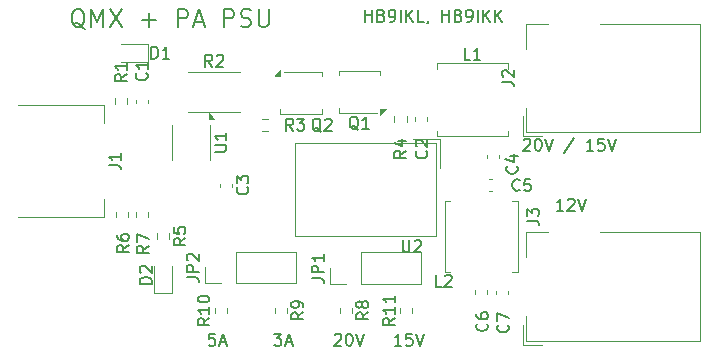
<source format=gbr>
%TF.GenerationSoftware,KiCad,Pcbnew,7.0.10-7.0.10~ubuntu20.04.1*%
%TF.CreationDate,2024-10-07T18:01:58+02:00*%
%TF.ProjectId,powerplay,706f7765-7270-46c6-9179-2e6b69636164,rev?*%
%TF.SameCoordinates,Original*%
%TF.FileFunction,Legend,Top*%
%TF.FilePolarity,Positive*%
%FSLAX46Y46*%
G04 Gerber Fmt 4.6, Leading zero omitted, Abs format (unit mm)*
G04 Created by KiCad (PCBNEW 7.0.10-7.0.10~ubuntu20.04.1) date 2024-10-07 18:01:58*
%MOMM*%
%LPD*%
G01*
G04 APERTURE LIST*
%ADD10C,0.150000*%
%ADD11C,0.200000*%
%ADD12C,0.120000*%
G04 APERTURE END LIST*
D10*
X170469160Y-78975057D02*
X170516779Y-78927438D01*
X170516779Y-78927438D02*
X170612017Y-78879819D01*
X170612017Y-78879819D02*
X170850112Y-78879819D01*
X170850112Y-78879819D02*
X170945350Y-78927438D01*
X170945350Y-78927438D02*
X170992969Y-78975057D01*
X170992969Y-78975057D02*
X171040588Y-79070295D01*
X171040588Y-79070295D02*
X171040588Y-79165533D01*
X171040588Y-79165533D02*
X170992969Y-79308390D01*
X170992969Y-79308390D02*
X170421541Y-79879819D01*
X170421541Y-79879819D02*
X171040588Y-79879819D01*
X171659636Y-78879819D02*
X171754874Y-78879819D01*
X171754874Y-78879819D02*
X171850112Y-78927438D01*
X171850112Y-78927438D02*
X171897731Y-78975057D01*
X171897731Y-78975057D02*
X171945350Y-79070295D01*
X171945350Y-79070295D02*
X171992969Y-79260771D01*
X171992969Y-79260771D02*
X171992969Y-79498866D01*
X171992969Y-79498866D02*
X171945350Y-79689342D01*
X171945350Y-79689342D02*
X171897731Y-79784580D01*
X171897731Y-79784580D02*
X171850112Y-79832200D01*
X171850112Y-79832200D02*
X171754874Y-79879819D01*
X171754874Y-79879819D02*
X171659636Y-79879819D01*
X171659636Y-79879819D02*
X171564398Y-79832200D01*
X171564398Y-79832200D02*
X171516779Y-79784580D01*
X171516779Y-79784580D02*
X171469160Y-79689342D01*
X171469160Y-79689342D02*
X171421541Y-79498866D01*
X171421541Y-79498866D02*
X171421541Y-79260771D01*
X171421541Y-79260771D02*
X171469160Y-79070295D01*
X171469160Y-79070295D02*
X171516779Y-78975057D01*
X171516779Y-78975057D02*
X171564398Y-78927438D01*
X171564398Y-78927438D02*
X171659636Y-78879819D01*
X172278684Y-78879819D02*
X172612017Y-79879819D01*
X172612017Y-79879819D02*
X172945350Y-78879819D01*
X174754874Y-78832200D02*
X173897732Y-80117914D01*
X176373922Y-79879819D02*
X175802494Y-79879819D01*
X176088208Y-79879819D02*
X176088208Y-78879819D01*
X176088208Y-78879819D02*
X175992970Y-79022676D01*
X175992970Y-79022676D02*
X175897732Y-79117914D01*
X175897732Y-79117914D02*
X175802494Y-79165533D01*
X177278684Y-78879819D02*
X176802494Y-78879819D01*
X176802494Y-78879819D02*
X176754875Y-79356009D01*
X176754875Y-79356009D02*
X176802494Y-79308390D01*
X176802494Y-79308390D02*
X176897732Y-79260771D01*
X176897732Y-79260771D02*
X177135827Y-79260771D01*
X177135827Y-79260771D02*
X177231065Y-79308390D01*
X177231065Y-79308390D02*
X177278684Y-79356009D01*
X177278684Y-79356009D02*
X177326303Y-79451247D01*
X177326303Y-79451247D02*
X177326303Y-79689342D01*
X177326303Y-79689342D02*
X177278684Y-79784580D01*
X177278684Y-79784580D02*
X177231065Y-79832200D01*
X177231065Y-79832200D02*
X177135827Y-79879819D01*
X177135827Y-79879819D02*
X176897732Y-79879819D01*
X176897732Y-79879819D02*
X176802494Y-79832200D01*
X176802494Y-79832200D02*
X176754875Y-79784580D01*
X177612018Y-78879819D02*
X177945351Y-79879819D01*
X177945351Y-79879819D02*
X178278684Y-78879819D01*
X173834588Y-84959819D02*
X173263160Y-84959819D01*
X173548874Y-84959819D02*
X173548874Y-83959819D01*
X173548874Y-83959819D02*
X173453636Y-84102676D01*
X173453636Y-84102676D02*
X173358398Y-84197914D01*
X173358398Y-84197914D02*
X173263160Y-84245533D01*
X174215541Y-84055057D02*
X174263160Y-84007438D01*
X174263160Y-84007438D02*
X174358398Y-83959819D01*
X174358398Y-83959819D02*
X174596493Y-83959819D01*
X174596493Y-83959819D02*
X174691731Y-84007438D01*
X174691731Y-84007438D02*
X174739350Y-84055057D01*
X174739350Y-84055057D02*
X174786969Y-84150295D01*
X174786969Y-84150295D02*
X174786969Y-84245533D01*
X174786969Y-84245533D02*
X174739350Y-84388390D01*
X174739350Y-84388390D02*
X174167922Y-84959819D01*
X174167922Y-84959819D02*
X174786969Y-84959819D01*
X175072684Y-83959819D02*
X175406017Y-84959819D01*
X175406017Y-84959819D02*
X175739350Y-83959819D01*
X144322969Y-95389819D02*
X143846779Y-95389819D01*
X143846779Y-95389819D02*
X143799160Y-95866009D01*
X143799160Y-95866009D02*
X143846779Y-95818390D01*
X143846779Y-95818390D02*
X143942017Y-95770771D01*
X143942017Y-95770771D02*
X144180112Y-95770771D01*
X144180112Y-95770771D02*
X144275350Y-95818390D01*
X144275350Y-95818390D02*
X144322969Y-95866009D01*
X144322969Y-95866009D02*
X144370588Y-95961247D01*
X144370588Y-95961247D02*
X144370588Y-96199342D01*
X144370588Y-96199342D02*
X144322969Y-96294580D01*
X144322969Y-96294580D02*
X144275350Y-96342200D01*
X144275350Y-96342200D02*
X144180112Y-96389819D01*
X144180112Y-96389819D02*
X143942017Y-96389819D01*
X143942017Y-96389819D02*
X143846779Y-96342200D01*
X143846779Y-96342200D02*
X143799160Y-96294580D01*
X144751541Y-96104104D02*
X145227731Y-96104104D01*
X144656303Y-96389819D02*
X144989636Y-95389819D01*
X144989636Y-95389819D02*
X145322969Y-96389819D01*
X160118588Y-96389819D02*
X159547160Y-96389819D01*
X159832874Y-96389819D02*
X159832874Y-95389819D01*
X159832874Y-95389819D02*
X159737636Y-95532676D01*
X159737636Y-95532676D02*
X159642398Y-95627914D01*
X159642398Y-95627914D02*
X159547160Y-95675533D01*
X161023350Y-95389819D02*
X160547160Y-95389819D01*
X160547160Y-95389819D02*
X160499541Y-95866009D01*
X160499541Y-95866009D02*
X160547160Y-95818390D01*
X160547160Y-95818390D02*
X160642398Y-95770771D01*
X160642398Y-95770771D02*
X160880493Y-95770771D01*
X160880493Y-95770771D02*
X160975731Y-95818390D01*
X160975731Y-95818390D02*
X161023350Y-95866009D01*
X161023350Y-95866009D02*
X161070969Y-95961247D01*
X161070969Y-95961247D02*
X161070969Y-96199342D01*
X161070969Y-96199342D02*
X161023350Y-96294580D01*
X161023350Y-96294580D02*
X160975731Y-96342200D01*
X160975731Y-96342200D02*
X160880493Y-96389819D01*
X160880493Y-96389819D02*
X160642398Y-96389819D01*
X160642398Y-96389819D02*
X160547160Y-96342200D01*
X160547160Y-96342200D02*
X160499541Y-96294580D01*
X161356684Y-95389819D02*
X161690017Y-96389819D01*
X161690017Y-96389819D02*
X162023350Y-95389819D01*
X154467160Y-95485057D02*
X154514779Y-95437438D01*
X154514779Y-95437438D02*
X154610017Y-95389819D01*
X154610017Y-95389819D02*
X154848112Y-95389819D01*
X154848112Y-95389819D02*
X154943350Y-95437438D01*
X154943350Y-95437438D02*
X154990969Y-95485057D01*
X154990969Y-95485057D02*
X155038588Y-95580295D01*
X155038588Y-95580295D02*
X155038588Y-95675533D01*
X155038588Y-95675533D02*
X154990969Y-95818390D01*
X154990969Y-95818390D02*
X154419541Y-96389819D01*
X154419541Y-96389819D02*
X155038588Y-96389819D01*
X155657636Y-95389819D02*
X155752874Y-95389819D01*
X155752874Y-95389819D02*
X155848112Y-95437438D01*
X155848112Y-95437438D02*
X155895731Y-95485057D01*
X155895731Y-95485057D02*
X155943350Y-95580295D01*
X155943350Y-95580295D02*
X155990969Y-95770771D01*
X155990969Y-95770771D02*
X155990969Y-96008866D01*
X155990969Y-96008866D02*
X155943350Y-96199342D01*
X155943350Y-96199342D02*
X155895731Y-96294580D01*
X155895731Y-96294580D02*
X155848112Y-96342200D01*
X155848112Y-96342200D02*
X155752874Y-96389819D01*
X155752874Y-96389819D02*
X155657636Y-96389819D01*
X155657636Y-96389819D02*
X155562398Y-96342200D01*
X155562398Y-96342200D02*
X155514779Y-96294580D01*
X155514779Y-96294580D02*
X155467160Y-96199342D01*
X155467160Y-96199342D02*
X155419541Y-96008866D01*
X155419541Y-96008866D02*
X155419541Y-95770771D01*
X155419541Y-95770771D02*
X155467160Y-95580295D01*
X155467160Y-95580295D02*
X155514779Y-95485057D01*
X155514779Y-95485057D02*
X155562398Y-95437438D01*
X155562398Y-95437438D02*
X155657636Y-95389819D01*
X156276684Y-95389819D02*
X156610017Y-96389819D01*
X156610017Y-96389819D02*
X156943350Y-95389819D01*
X149339541Y-95389819D02*
X149958588Y-95389819D01*
X149958588Y-95389819D02*
X149625255Y-95770771D01*
X149625255Y-95770771D02*
X149768112Y-95770771D01*
X149768112Y-95770771D02*
X149863350Y-95818390D01*
X149863350Y-95818390D02*
X149910969Y-95866009D01*
X149910969Y-95866009D02*
X149958588Y-95961247D01*
X149958588Y-95961247D02*
X149958588Y-96199342D01*
X149958588Y-96199342D02*
X149910969Y-96294580D01*
X149910969Y-96294580D02*
X149863350Y-96342200D01*
X149863350Y-96342200D02*
X149768112Y-96389819D01*
X149768112Y-96389819D02*
X149482398Y-96389819D01*
X149482398Y-96389819D02*
X149387160Y-96342200D01*
X149387160Y-96342200D02*
X149339541Y-96294580D01*
X150339541Y-96104104D02*
X150815731Y-96104104D01*
X150244303Y-96389819D02*
X150577636Y-95389819D01*
X150577636Y-95389819D02*
X150910969Y-96389819D01*
X157054779Y-68957819D02*
X157054779Y-67957819D01*
X157054779Y-68434009D02*
X157626207Y-68434009D01*
X157626207Y-68957819D02*
X157626207Y-67957819D01*
X158435731Y-68434009D02*
X158578588Y-68481628D01*
X158578588Y-68481628D02*
X158626207Y-68529247D01*
X158626207Y-68529247D02*
X158673826Y-68624485D01*
X158673826Y-68624485D02*
X158673826Y-68767342D01*
X158673826Y-68767342D02*
X158626207Y-68862580D01*
X158626207Y-68862580D02*
X158578588Y-68910200D01*
X158578588Y-68910200D02*
X158483350Y-68957819D01*
X158483350Y-68957819D02*
X158102398Y-68957819D01*
X158102398Y-68957819D02*
X158102398Y-67957819D01*
X158102398Y-67957819D02*
X158435731Y-67957819D01*
X158435731Y-67957819D02*
X158530969Y-68005438D01*
X158530969Y-68005438D02*
X158578588Y-68053057D01*
X158578588Y-68053057D02*
X158626207Y-68148295D01*
X158626207Y-68148295D02*
X158626207Y-68243533D01*
X158626207Y-68243533D02*
X158578588Y-68338771D01*
X158578588Y-68338771D02*
X158530969Y-68386390D01*
X158530969Y-68386390D02*
X158435731Y-68434009D01*
X158435731Y-68434009D02*
X158102398Y-68434009D01*
X159150017Y-68957819D02*
X159340493Y-68957819D01*
X159340493Y-68957819D02*
X159435731Y-68910200D01*
X159435731Y-68910200D02*
X159483350Y-68862580D01*
X159483350Y-68862580D02*
X159578588Y-68719723D01*
X159578588Y-68719723D02*
X159626207Y-68529247D01*
X159626207Y-68529247D02*
X159626207Y-68148295D01*
X159626207Y-68148295D02*
X159578588Y-68053057D01*
X159578588Y-68053057D02*
X159530969Y-68005438D01*
X159530969Y-68005438D02*
X159435731Y-67957819D01*
X159435731Y-67957819D02*
X159245255Y-67957819D01*
X159245255Y-67957819D02*
X159150017Y-68005438D01*
X159150017Y-68005438D02*
X159102398Y-68053057D01*
X159102398Y-68053057D02*
X159054779Y-68148295D01*
X159054779Y-68148295D02*
X159054779Y-68386390D01*
X159054779Y-68386390D02*
X159102398Y-68481628D01*
X159102398Y-68481628D02*
X159150017Y-68529247D01*
X159150017Y-68529247D02*
X159245255Y-68576866D01*
X159245255Y-68576866D02*
X159435731Y-68576866D01*
X159435731Y-68576866D02*
X159530969Y-68529247D01*
X159530969Y-68529247D02*
X159578588Y-68481628D01*
X159578588Y-68481628D02*
X159626207Y-68386390D01*
X160054779Y-68957819D02*
X160054779Y-67957819D01*
X160530969Y-68957819D02*
X160530969Y-67957819D01*
X161102397Y-68957819D02*
X160673826Y-68386390D01*
X161102397Y-67957819D02*
X160530969Y-68529247D01*
X162007159Y-68957819D02*
X161530969Y-68957819D01*
X161530969Y-68957819D02*
X161530969Y-67957819D01*
X162388112Y-68910200D02*
X162388112Y-68957819D01*
X162388112Y-68957819D02*
X162340493Y-69053057D01*
X162340493Y-69053057D02*
X162292874Y-69100676D01*
X163578588Y-68957819D02*
X163578588Y-67957819D01*
X163578588Y-68434009D02*
X164150016Y-68434009D01*
X164150016Y-68957819D02*
X164150016Y-67957819D01*
X164959540Y-68434009D02*
X165102397Y-68481628D01*
X165102397Y-68481628D02*
X165150016Y-68529247D01*
X165150016Y-68529247D02*
X165197635Y-68624485D01*
X165197635Y-68624485D02*
X165197635Y-68767342D01*
X165197635Y-68767342D02*
X165150016Y-68862580D01*
X165150016Y-68862580D02*
X165102397Y-68910200D01*
X165102397Y-68910200D02*
X165007159Y-68957819D01*
X165007159Y-68957819D02*
X164626207Y-68957819D01*
X164626207Y-68957819D02*
X164626207Y-67957819D01*
X164626207Y-67957819D02*
X164959540Y-67957819D01*
X164959540Y-67957819D02*
X165054778Y-68005438D01*
X165054778Y-68005438D02*
X165102397Y-68053057D01*
X165102397Y-68053057D02*
X165150016Y-68148295D01*
X165150016Y-68148295D02*
X165150016Y-68243533D01*
X165150016Y-68243533D02*
X165102397Y-68338771D01*
X165102397Y-68338771D02*
X165054778Y-68386390D01*
X165054778Y-68386390D02*
X164959540Y-68434009D01*
X164959540Y-68434009D02*
X164626207Y-68434009D01*
X165673826Y-68957819D02*
X165864302Y-68957819D01*
X165864302Y-68957819D02*
X165959540Y-68910200D01*
X165959540Y-68910200D02*
X166007159Y-68862580D01*
X166007159Y-68862580D02*
X166102397Y-68719723D01*
X166102397Y-68719723D02*
X166150016Y-68529247D01*
X166150016Y-68529247D02*
X166150016Y-68148295D01*
X166150016Y-68148295D02*
X166102397Y-68053057D01*
X166102397Y-68053057D02*
X166054778Y-68005438D01*
X166054778Y-68005438D02*
X165959540Y-67957819D01*
X165959540Y-67957819D02*
X165769064Y-67957819D01*
X165769064Y-67957819D02*
X165673826Y-68005438D01*
X165673826Y-68005438D02*
X165626207Y-68053057D01*
X165626207Y-68053057D02*
X165578588Y-68148295D01*
X165578588Y-68148295D02*
X165578588Y-68386390D01*
X165578588Y-68386390D02*
X165626207Y-68481628D01*
X165626207Y-68481628D02*
X165673826Y-68529247D01*
X165673826Y-68529247D02*
X165769064Y-68576866D01*
X165769064Y-68576866D02*
X165959540Y-68576866D01*
X165959540Y-68576866D02*
X166054778Y-68529247D01*
X166054778Y-68529247D02*
X166102397Y-68481628D01*
X166102397Y-68481628D02*
X166150016Y-68386390D01*
X166578588Y-68957819D02*
X166578588Y-67957819D01*
X167054778Y-68957819D02*
X167054778Y-67957819D01*
X167626206Y-68957819D02*
X167197635Y-68386390D01*
X167626206Y-67957819D02*
X167054778Y-68529247D01*
X168054778Y-68957819D02*
X168054778Y-67957819D01*
X168626206Y-68957819D02*
X168197635Y-68386390D01*
X168626206Y-67957819D02*
X168054778Y-68529247D01*
D11*
X133314720Y-69544885D02*
X133171863Y-69473457D01*
X133171863Y-69473457D02*
X133029006Y-69330600D01*
X133029006Y-69330600D02*
X132814720Y-69116314D01*
X132814720Y-69116314D02*
X132671863Y-69044885D01*
X132671863Y-69044885D02*
X132529006Y-69044885D01*
X132600435Y-69402028D02*
X132457578Y-69330600D01*
X132457578Y-69330600D02*
X132314720Y-69187742D01*
X132314720Y-69187742D02*
X132243292Y-68902028D01*
X132243292Y-68902028D02*
X132243292Y-68402028D01*
X132243292Y-68402028D02*
X132314720Y-68116314D01*
X132314720Y-68116314D02*
X132457578Y-67973457D01*
X132457578Y-67973457D02*
X132600435Y-67902028D01*
X132600435Y-67902028D02*
X132886149Y-67902028D01*
X132886149Y-67902028D02*
X133029006Y-67973457D01*
X133029006Y-67973457D02*
X133171863Y-68116314D01*
X133171863Y-68116314D02*
X133243292Y-68402028D01*
X133243292Y-68402028D02*
X133243292Y-68902028D01*
X133243292Y-68902028D02*
X133171863Y-69187742D01*
X133171863Y-69187742D02*
X133029006Y-69330600D01*
X133029006Y-69330600D02*
X132886149Y-69402028D01*
X132886149Y-69402028D02*
X132600435Y-69402028D01*
X133886149Y-69402028D02*
X133886149Y-67902028D01*
X133886149Y-67902028D02*
X134386149Y-68973457D01*
X134386149Y-68973457D02*
X134886149Y-67902028D01*
X134886149Y-67902028D02*
X134886149Y-69402028D01*
X135457578Y-67902028D02*
X136457578Y-69402028D01*
X136457578Y-67902028D02*
X135457578Y-69402028D01*
X138171863Y-68830600D02*
X139314721Y-68830600D01*
X138743292Y-69402028D02*
X138743292Y-68259171D01*
X141171863Y-69402028D02*
X141171863Y-67902028D01*
X141171863Y-67902028D02*
X141743292Y-67902028D01*
X141743292Y-67902028D02*
X141886149Y-67973457D01*
X141886149Y-67973457D02*
X141957578Y-68044885D01*
X141957578Y-68044885D02*
X142029006Y-68187742D01*
X142029006Y-68187742D02*
X142029006Y-68402028D01*
X142029006Y-68402028D02*
X141957578Y-68544885D01*
X141957578Y-68544885D02*
X141886149Y-68616314D01*
X141886149Y-68616314D02*
X141743292Y-68687742D01*
X141743292Y-68687742D02*
X141171863Y-68687742D01*
X142600435Y-68973457D02*
X143314721Y-68973457D01*
X142457578Y-69402028D02*
X142957578Y-67902028D01*
X142957578Y-67902028D02*
X143457578Y-69402028D01*
X145100434Y-69402028D02*
X145100434Y-67902028D01*
X145100434Y-67902028D02*
X145671863Y-67902028D01*
X145671863Y-67902028D02*
X145814720Y-67973457D01*
X145814720Y-67973457D02*
X145886149Y-68044885D01*
X145886149Y-68044885D02*
X145957577Y-68187742D01*
X145957577Y-68187742D02*
X145957577Y-68402028D01*
X145957577Y-68402028D02*
X145886149Y-68544885D01*
X145886149Y-68544885D02*
X145814720Y-68616314D01*
X145814720Y-68616314D02*
X145671863Y-68687742D01*
X145671863Y-68687742D02*
X145100434Y-68687742D01*
X146529006Y-69330600D02*
X146743292Y-69402028D01*
X146743292Y-69402028D02*
X147100434Y-69402028D01*
X147100434Y-69402028D02*
X147243292Y-69330600D01*
X147243292Y-69330600D02*
X147314720Y-69259171D01*
X147314720Y-69259171D02*
X147386149Y-69116314D01*
X147386149Y-69116314D02*
X147386149Y-68973457D01*
X147386149Y-68973457D02*
X147314720Y-68830600D01*
X147314720Y-68830600D02*
X147243292Y-68759171D01*
X147243292Y-68759171D02*
X147100434Y-68687742D01*
X147100434Y-68687742D02*
X146814720Y-68616314D01*
X146814720Y-68616314D02*
X146671863Y-68544885D01*
X146671863Y-68544885D02*
X146600434Y-68473457D01*
X146600434Y-68473457D02*
X146529006Y-68330600D01*
X146529006Y-68330600D02*
X146529006Y-68187742D01*
X146529006Y-68187742D02*
X146600434Y-68044885D01*
X146600434Y-68044885D02*
X146671863Y-67973457D01*
X146671863Y-67973457D02*
X146814720Y-67902028D01*
X146814720Y-67902028D02*
X147171863Y-67902028D01*
X147171863Y-67902028D02*
X147386149Y-67973457D01*
X148029005Y-67902028D02*
X148029005Y-69116314D01*
X148029005Y-69116314D02*
X148100434Y-69259171D01*
X148100434Y-69259171D02*
X148171863Y-69330600D01*
X148171863Y-69330600D02*
X148314720Y-69402028D01*
X148314720Y-69402028D02*
X148600434Y-69402028D01*
X148600434Y-69402028D02*
X148743291Y-69330600D01*
X148743291Y-69330600D02*
X148814720Y-69259171D01*
X148814720Y-69259171D02*
X148886148Y-69116314D01*
X148886148Y-69116314D02*
X148886148Y-67902028D01*
D10*
X151816723Y-93575666D02*
X151340532Y-93908999D01*
X151816723Y-94147094D02*
X150816723Y-94147094D01*
X150816723Y-94147094D02*
X150816723Y-93766142D01*
X150816723Y-93766142D02*
X150864342Y-93670904D01*
X150864342Y-93670904D02*
X150911961Y-93623285D01*
X150911961Y-93623285D02*
X151007199Y-93575666D01*
X151007199Y-93575666D02*
X151150056Y-93575666D01*
X151150056Y-93575666D02*
X151245294Y-93623285D01*
X151245294Y-93623285D02*
X151292913Y-93670904D01*
X151292913Y-93670904D02*
X151340532Y-93766142D01*
X151340532Y-93766142D02*
X151340532Y-94147094D01*
X151816723Y-93099475D02*
X151816723Y-92908999D01*
X151816723Y-92908999D02*
X151769104Y-92813761D01*
X151769104Y-92813761D02*
X151721484Y-92766142D01*
X151721484Y-92766142D02*
X151578627Y-92670904D01*
X151578627Y-92670904D02*
X151388151Y-92623285D01*
X151388151Y-92623285D02*
X151007199Y-92623285D01*
X151007199Y-92623285D02*
X150911961Y-92670904D01*
X150911961Y-92670904D02*
X150864342Y-92718523D01*
X150864342Y-92718523D02*
X150816723Y-92813761D01*
X150816723Y-92813761D02*
X150816723Y-93004237D01*
X150816723Y-93004237D02*
X150864342Y-93099475D01*
X150864342Y-93099475D02*
X150911961Y-93147094D01*
X150911961Y-93147094D02*
X151007199Y-93194713D01*
X151007199Y-93194713D02*
X151245294Y-93194713D01*
X151245294Y-93194713D02*
X151340532Y-93147094D01*
X151340532Y-93147094D02*
X151388151Y-93099475D01*
X151388151Y-93099475D02*
X151435770Y-93004237D01*
X151435770Y-93004237D02*
X151435770Y-92813761D01*
X151435770Y-92813761D02*
X151388151Y-92718523D01*
X151388151Y-92718523D02*
X151340532Y-92670904D01*
X151340532Y-92670904D02*
X151245294Y-92623285D01*
X168658819Y-74066343D02*
X169373104Y-74066343D01*
X169373104Y-74066343D02*
X169515961Y-74113962D01*
X169515961Y-74113962D02*
X169611200Y-74209200D01*
X169611200Y-74209200D02*
X169658819Y-74352057D01*
X169658819Y-74352057D02*
X169658819Y-74447295D01*
X168754057Y-73637771D02*
X168706438Y-73590152D01*
X168706438Y-73590152D02*
X168658819Y-73494914D01*
X168658819Y-73494914D02*
X168658819Y-73256819D01*
X168658819Y-73256819D02*
X168706438Y-73161581D01*
X168706438Y-73161581D02*
X168754057Y-73113962D01*
X168754057Y-73113962D02*
X168849295Y-73066343D01*
X168849295Y-73066343D02*
X168944533Y-73066343D01*
X168944533Y-73066343D02*
X169087390Y-73113962D01*
X169087390Y-73113962D02*
X169658819Y-73685390D01*
X169658819Y-73685390D02*
X169658819Y-73066343D01*
X156484228Y-78110057D02*
X156388990Y-78062438D01*
X156388990Y-78062438D02*
X156293752Y-77967200D01*
X156293752Y-77967200D02*
X156150895Y-77824342D01*
X156150895Y-77824342D02*
X156055657Y-77776723D01*
X156055657Y-77776723D02*
X155960419Y-77776723D01*
X156008038Y-78014819D02*
X155912800Y-77967200D01*
X155912800Y-77967200D02*
X155817562Y-77871961D01*
X155817562Y-77871961D02*
X155769943Y-77681485D01*
X155769943Y-77681485D02*
X155769943Y-77348152D01*
X155769943Y-77348152D02*
X155817562Y-77157676D01*
X155817562Y-77157676D02*
X155912800Y-77062438D01*
X155912800Y-77062438D02*
X156008038Y-77014819D01*
X156008038Y-77014819D02*
X156198514Y-77014819D01*
X156198514Y-77014819D02*
X156293752Y-77062438D01*
X156293752Y-77062438D02*
X156388990Y-77157676D01*
X156388990Y-77157676D02*
X156436609Y-77348152D01*
X156436609Y-77348152D02*
X156436609Y-77681485D01*
X156436609Y-77681485D02*
X156388990Y-77871961D01*
X156388990Y-77871961D02*
X156293752Y-77967200D01*
X156293752Y-77967200D02*
X156198514Y-78014819D01*
X156198514Y-78014819D02*
X156008038Y-78014819D01*
X157388990Y-78014819D02*
X156817562Y-78014819D01*
X157103276Y-78014819D02*
X157103276Y-77014819D01*
X157103276Y-77014819D02*
X157008038Y-77157676D01*
X157008038Y-77157676D02*
X156912800Y-77252914D01*
X156912800Y-77252914D02*
X156817562Y-77300533D01*
X141838819Y-87288666D02*
X141362628Y-87621999D01*
X141838819Y-87860094D02*
X140838819Y-87860094D01*
X140838819Y-87860094D02*
X140838819Y-87479142D01*
X140838819Y-87479142D02*
X140886438Y-87383904D01*
X140886438Y-87383904D02*
X140934057Y-87336285D01*
X140934057Y-87336285D02*
X141029295Y-87288666D01*
X141029295Y-87288666D02*
X141172152Y-87288666D01*
X141172152Y-87288666D02*
X141267390Y-87336285D01*
X141267390Y-87336285D02*
X141315009Y-87383904D01*
X141315009Y-87383904D02*
X141362628Y-87479142D01*
X141362628Y-87479142D02*
X141362628Y-87860094D01*
X140838819Y-86383904D02*
X140838819Y-86860094D01*
X140838819Y-86860094D02*
X141315009Y-86907713D01*
X141315009Y-86907713D02*
X141267390Y-86860094D01*
X141267390Y-86860094D02*
X141219771Y-86764856D01*
X141219771Y-86764856D02*
X141219771Y-86526761D01*
X141219771Y-86526761D02*
X141267390Y-86431523D01*
X141267390Y-86431523D02*
X141315009Y-86383904D01*
X141315009Y-86383904D02*
X141410247Y-86336285D01*
X141410247Y-86336285D02*
X141648342Y-86336285D01*
X141648342Y-86336285D02*
X141743580Y-86383904D01*
X141743580Y-86383904D02*
X141791200Y-86431523D01*
X141791200Y-86431523D02*
X141838819Y-86526761D01*
X141838819Y-86526761D02*
X141838819Y-86764856D01*
X141838819Y-86764856D02*
X141791200Y-86860094D01*
X141791200Y-86860094D02*
X141743580Y-86907713D01*
X138978819Y-91162094D02*
X137978819Y-91162094D01*
X137978819Y-91162094D02*
X137978819Y-90923999D01*
X137978819Y-90923999D02*
X138026438Y-90781142D01*
X138026438Y-90781142D02*
X138121676Y-90685904D01*
X138121676Y-90685904D02*
X138216914Y-90638285D01*
X138216914Y-90638285D02*
X138407390Y-90590666D01*
X138407390Y-90590666D02*
X138550247Y-90590666D01*
X138550247Y-90590666D02*
X138740723Y-90638285D01*
X138740723Y-90638285D02*
X138835961Y-90685904D01*
X138835961Y-90685904D02*
X138931200Y-90781142D01*
X138931200Y-90781142D02*
X138978819Y-90923999D01*
X138978819Y-90923999D02*
X138978819Y-91162094D01*
X138074057Y-90209713D02*
X138026438Y-90162094D01*
X138026438Y-90162094D02*
X137978819Y-90066856D01*
X137978819Y-90066856D02*
X137978819Y-89828761D01*
X137978819Y-89828761D02*
X138026438Y-89733523D01*
X138026438Y-89733523D02*
X138074057Y-89685904D01*
X138074057Y-89685904D02*
X138169295Y-89638285D01*
X138169295Y-89638285D02*
X138264533Y-89638285D01*
X138264533Y-89638285D02*
X138407390Y-89685904D01*
X138407390Y-89685904D02*
X138978819Y-90257332D01*
X138978819Y-90257332D02*
X138978819Y-89638285D01*
X157321726Y-93575666D02*
X156845535Y-93908999D01*
X157321726Y-94147094D02*
X156321726Y-94147094D01*
X156321726Y-94147094D02*
X156321726Y-93766142D01*
X156321726Y-93766142D02*
X156369345Y-93670904D01*
X156369345Y-93670904D02*
X156416964Y-93623285D01*
X156416964Y-93623285D02*
X156512202Y-93575666D01*
X156512202Y-93575666D02*
X156655059Y-93575666D01*
X156655059Y-93575666D02*
X156750297Y-93623285D01*
X156750297Y-93623285D02*
X156797916Y-93670904D01*
X156797916Y-93670904D02*
X156845535Y-93766142D01*
X156845535Y-93766142D02*
X156845535Y-94147094D01*
X156750297Y-93004237D02*
X156702678Y-93099475D01*
X156702678Y-93099475D02*
X156655059Y-93147094D01*
X156655059Y-93147094D02*
X156559821Y-93194713D01*
X156559821Y-93194713D02*
X156512202Y-93194713D01*
X156512202Y-93194713D02*
X156416964Y-93147094D01*
X156416964Y-93147094D02*
X156369345Y-93099475D01*
X156369345Y-93099475D02*
X156321726Y-93004237D01*
X156321726Y-93004237D02*
X156321726Y-92813761D01*
X156321726Y-92813761D02*
X156369345Y-92718523D01*
X156369345Y-92718523D02*
X156416964Y-92670904D01*
X156416964Y-92670904D02*
X156512202Y-92623285D01*
X156512202Y-92623285D02*
X156559821Y-92623285D01*
X156559821Y-92623285D02*
X156655059Y-92670904D01*
X156655059Y-92670904D02*
X156702678Y-92718523D01*
X156702678Y-92718523D02*
X156750297Y-92813761D01*
X156750297Y-92813761D02*
X156750297Y-93004237D01*
X156750297Y-93004237D02*
X156797916Y-93099475D01*
X156797916Y-93099475D02*
X156845535Y-93147094D01*
X156845535Y-93147094D02*
X156940773Y-93194713D01*
X156940773Y-93194713D02*
X157131249Y-93194713D01*
X157131249Y-93194713D02*
X157226487Y-93147094D01*
X157226487Y-93147094D02*
X157274107Y-93099475D01*
X157274107Y-93099475D02*
X157321726Y-93004237D01*
X157321726Y-93004237D02*
X157321726Y-92813761D01*
X157321726Y-92813761D02*
X157274107Y-92718523D01*
X157274107Y-92718523D02*
X157226487Y-92670904D01*
X157226487Y-92670904D02*
X157131249Y-92623285D01*
X157131249Y-92623285D02*
X156940773Y-92623285D01*
X156940773Y-92623285D02*
X156845535Y-92670904D01*
X156845535Y-92670904D02*
X156797916Y-92718523D01*
X156797916Y-92718523D02*
X156750297Y-92813761D01*
X153320761Y-78274057D02*
X153225523Y-78226438D01*
X153225523Y-78226438D02*
X153130285Y-78131200D01*
X153130285Y-78131200D02*
X152987428Y-77988342D01*
X152987428Y-77988342D02*
X152892190Y-77940723D01*
X152892190Y-77940723D02*
X152796952Y-77940723D01*
X152844571Y-78178819D02*
X152749333Y-78131200D01*
X152749333Y-78131200D02*
X152654095Y-78035961D01*
X152654095Y-78035961D02*
X152606476Y-77845485D01*
X152606476Y-77845485D02*
X152606476Y-77512152D01*
X152606476Y-77512152D02*
X152654095Y-77321676D01*
X152654095Y-77321676D02*
X152749333Y-77226438D01*
X152749333Y-77226438D02*
X152844571Y-77178819D01*
X152844571Y-77178819D02*
X153035047Y-77178819D01*
X153035047Y-77178819D02*
X153130285Y-77226438D01*
X153130285Y-77226438D02*
X153225523Y-77321676D01*
X153225523Y-77321676D02*
X153273142Y-77512152D01*
X153273142Y-77512152D02*
X153273142Y-77845485D01*
X153273142Y-77845485D02*
X153225523Y-78035961D01*
X153225523Y-78035961D02*
X153130285Y-78131200D01*
X153130285Y-78131200D02*
X153035047Y-78178819D01*
X153035047Y-78178819D02*
X152844571Y-78178819D01*
X153654095Y-77274057D02*
X153701714Y-77226438D01*
X153701714Y-77226438D02*
X153796952Y-77178819D01*
X153796952Y-77178819D02*
X154035047Y-77178819D01*
X154035047Y-77178819D02*
X154130285Y-77226438D01*
X154130285Y-77226438D02*
X154177904Y-77274057D01*
X154177904Y-77274057D02*
X154225523Y-77369295D01*
X154225523Y-77369295D02*
X154225523Y-77464533D01*
X154225523Y-77464533D02*
X154177904Y-77607390D01*
X154177904Y-77607390D02*
X153606476Y-78178819D01*
X153606476Y-78178819D02*
X154225523Y-78178819D01*
X144314819Y-79960904D02*
X145124342Y-79960904D01*
X145124342Y-79960904D02*
X145219580Y-79913285D01*
X145219580Y-79913285D02*
X145267200Y-79865666D01*
X145267200Y-79865666D02*
X145314819Y-79770428D01*
X145314819Y-79770428D02*
X145314819Y-79579952D01*
X145314819Y-79579952D02*
X145267200Y-79484714D01*
X145267200Y-79484714D02*
X145219580Y-79437095D01*
X145219580Y-79437095D02*
X145124342Y-79389476D01*
X145124342Y-79389476D02*
X144314819Y-79389476D01*
X145314819Y-78389476D02*
X145314819Y-78960904D01*
X145314819Y-78675190D02*
X144314819Y-78675190D01*
X144314819Y-78675190D02*
X144457676Y-78770428D01*
X144457676Y-78770428D02*
X144552914Y-78865666D01*
X144552914Y-78865666D02*
X144600533Y-78960904D01*
X163536333Y-91386819D02*
X163060143Y-91386819D01*
X163060143Y-91386819D02*
X163060143Y-90386819D01*
X163822048Y-90482057D02*
X163869667Y-90434438D01*
X163869667Y-90434438D02*
X163964905Y-90386819D01*
X163964905Y-90386819D02*
X164203000Y-90386819D01*
X164203000Y-90386819D02*
X164298238Y-90434438D01*
X164298238Y-90434438D02*
X164345857Y-90482057D01*
X164345857Y-90482057D02*
X164393476Y-90577295D01*
X164393476Y-90577295D02*
X164393476Y-90672533D01*
X164393476Y-90672533D02*
X164345857Y-90815390D01*
X164345857Y-90815390D02*
X163774429Y-91386819D01*
X163774429Y-91386819D02*
X164393476Y-91386819D01*
X147077580Y-82970666D02*
X147125200Y-83018285D01*
X147125200Y-83018285D02*
X147172819Y-83161142D01*
X147172819Y-83161142D02*
X147172819Y-83256380D01*
X147172819Y-83256380D02*
X147125200Y-83399237D01*
X147125200Y-83399237D02*
X147029961Y-83494475D01*
X147029961Y-83494475D02*
X146934723Y-83542094D01*
X146934723Y-83542094D02*
X146744247Y-83589713D01*
X146744247Y-83589713D02*
X146601390Y-83589713D01*
X146601390Y-83589713D02*
X146410914Y-83542094D01*
X146410914Y-83542094D02*
X146315676Y-83494475D01*
X146315676Y-83494475D02*
X146220438Y-83399237D01*
X146220438Y-83399237D02*
X146172819Y-83256380D01*
X146172819Y-83256380D02*
X146172819Y-83161142D01*
X146172819Y-83161142D02*
X146220438Y-83018285D01*
X146220438Y-83018285D02*
X146268057Y-82970666D01*
X146172819Y-82637332D02*
X146172819Y-82018285D01*
X146172819Y-82018285D02*
X146553771Y-82351618D01*
X146553771Y-82351618D02*
X146553771Y-82208761D01*
X146553771Y-82208761D02*
X146601390Y-82113523D01*
X146601390Y-82113523D02*
X146649009Y-82065904D01*
X146649009Y-82065904D02*
X146744247Y-82018285D01*
X146744247Y-82018285D02*
X146982342Y-82018285D01*
X146982342Y-82018285D02*
X147077580Y-82065904D01*
X147077580Y-82065904D02*
X147125200Y-82113523D01*
X147125200Y-82113523D02*
X147172819Y-82208761D01*
X147172819Y-82208761D02*
X147172819Y-82494475D01*
X147172819Y-82494475D02*
X147125200Y-82589713D01*
X147125200Y-82589713D02*
X147077580Y-82637332D01*
X167364580Y-94527666D02*
X167412200Y-94575285D01*
X167412200Y-94575285D02*
X167459819Y-94718142D01*
X167459819Y-94718142D02*
X167459819Y-94813380D01*
X167459819Y-94813380D02*
X167412200Y-94956237D01*
X167412200Y-94956237D02*
X167316961Y-95051475D01*
X167316961Y-95051475D02*
X167221723Y-95099094D01*
X167221723Y-95099094D02*
X167031247Y-95146713D01*
X167031247Y-95146713D02*
X166888390Y-95146713D01*
X166888390Y-95146713D02*
X166697914Y-95099094D01*
X166697914Y-95099094D02*
X166602676Y-95051475D01*
X166602676Y-95051475D02*
X166507438Y-94956237D01*
X166507438Y-94956237D02*
X166459819Y-94813380D01*
X166459819Y-94813380D02*
X166459819Y-94718142D01*
X166459819Y-94718142D02*
X166507438Y-94575285D01*
X166507438Y-94575285D02*
X166555057Y-94527666D01*
X166459819Y-93670523D02*
X166459819Y-93860999D01*
X166459819Y-93860999D02*
X166507438Y-93956237D01*
X166507438Y-93956237D02*
X166555057Y-94003856D01*
X166555057Y-94003856D02*
X166697914Y-94099094D01*
X166697914Y-94099094D02*
X166888390Y-94146713D01*
X166888390Y-94146713D02*
X167269342Y-94146713D01*
X167269342Y-94146713D02*
X167364580Y-94099094D01*
X167364580Y-94099094D02*
X167412200Y-94051475D01*
X167412200Y-94051475D02*
X167459819Y-93956237D01*
X167459819Y-93956237D02*
X167459819Y-93765761D01*
X167459819Y-93765761D02*
X167412200Y-93670523D01*
X167412200Y-93670523D02*
X167364580Y-93622904D01*
X167364580Y-93622904D02*
X167269342Y-93575285D01*
X167269342Y-93575285D02*
X167031247Y-93575285D01*
X167031247Y-93575285D02*
X166936009Y-93622904D01*
X166936009Y-93622904D02*
X166888390Y-93670523D01*
X166888390Y-93670523D02*
X166840771Y-93765761D01*
X166840771Y-93765761D02*
X166840771Y-93956237D01*
X166840771Y-93956237D02*
X166888390Y-94051475D01*
X166888390Y-94051475D02*
X166936009Y-94099094D01*
X166936009Y-94099094D02*
X167031247Y-94146713D01*
X160238095Y-87454819D02*
X160238095Y-88264342D01*
X160238095Y-88264342D02*
X160285714Y-88359580D01*
X160285714Y-88359580D02*
X160333333Y-88407200D01*
X160333333Y-88407200D02*
X160428571Y-88454819D01*
X160428571Y-88454819D02*
X160619047Y-88454819D01*
X160619047Y-88454819D02*
X160714285Y-88407200D01*
X160714285Y-88407200D02*
X160761904Y-88359580D01*
X160761904Y-88359580D02*
X160809523Y-88264342D01*
X160809523Y-88264342D02*
X160809523Y-87454819D01*
X161238095Y-87550057D02*
X161285714Y-87502438D01*
X161285714Y-87502438D02*
X161380952Y-87454819D01*
X161380952Y-87454819D02*
X161619047Y-87454819D01*
X161619047Y-87454819D02*
X161714285Y-87502438D01*
X161714285Y-87502438D02*
X161761904Y-87550057D01*
X161761904Y-87550057D02*
X161809523Y-87645295D01*
X161809523Y-87645295D02*
X161809523Y-87740533D01*
X161809523Y-87740533D02*
X161761904Y-87883390D01*
X161761904Y-87883390D02*
X161190476Y-88454819D01*
X161190476Y-88454819D02*
X161809523Y-88454819D01*
X170777819Y-85804333D02*
X171492104Y-85804333D01*
X171492104Y-85804333D02*
X171634961Y-85851952D01*
X171634961Y-85851952D02*
X171730200Y-85947190D01*
X171730200Y-85947190D02*
X171777819Y-86090047D01*
X171777819Y-86090047D02*
X171777819Y-86185285D01*
X170777819Y-85423380D02*
X170777819Y-84804333D01*
X170777819Y-84804333D02*
X171158771Y-85137666D01*
X171158771Y-85137666D02*
X171158771Y-84994809D01*
X171158771Y-84994809D02*
X171206390Y-84899571D01*
X171206390Y-84899571D02*
X171254009Y-84851952D01*
X171254009Y-84851952D02*
X171349247Y-84804333D01*
X171349247Y-84804333D02*
X171587342Y-84804333D01*
X171587342Y-84804333D02*
X171682580Y-84851952D01*
X171682580Y-84851952D02*
X171730200Y-84899571D01*
X171730200Y-84899571D02*
X171777819Y-84994809D01*
X171777819Y-84994809D02*
X171777819Y-85280523D01*
X171777819Y-85280523D02*
X171730200Y-85375761D01*
X171730200Y-85375761D02*
X171682580Y-85423380D01*
X137044148Y-87873932D02*
X136567957Y-88207265D01*
X137044148Y-88445360D02*
X136044148Y-88445360D01*
X136044148Y-88445360D02*
X136044148Y-88064408D01*
X136044148Y-88064408D02*
X136091767Y-87969170D01*
X136091767Y-87969170D02*
X136139386Y-87921551D01*
X136139386Y-87921551D02*
X136234624Y-87873932D01*
X136234624Y-87873932D02*
X136377481Y-87873932D01*
X136377481Y-87873932D02*
X136472719Y-87921551D01*
X136472719Y-87921551D02*
X136520338Y-87969170D01*
X136520338Y-87969170D02*
X136567957Y-88064408D01*
X136567957Y-88064408D02*
X136567957Y-88445360D01*
X136044148Y-87016789D02*
X136044148Y-87207265D01*
X136044148Y-87207265D02*
X136091767Y-87302503D01*
X136091767Y-87302503D02*
X136139386Y-87350122D01*
X136139386Y-87350122D02*
X136282243Y-87445360D01*
X136282243Y-87445360D02*
X136472719Y-87492979D01*
X136472719Y-87492979D02*
X136853671Y-87492979D01*
X136853671Y-87492979D02*
X136948909Y-87445360D01*
X136948909Y-87445360D02*
X136996529Y-87397741D01*
X136996529Y-87397741D02*
X137044148Y-87302503D01*
X137044148Y-87302503D02*
X137044148Y-87112027D01*
X137044148Y-87112027D02*
X136996529Y-87016789D01*
X136996529Y-87016789D02*
X136948909Y-86969170D01*
X136948909Y-86969170D02*
X136853671Y-86921551D01*
X136853671Y-86921551D02*
X136615576Y-86921551D01*
X136615576Y-86921551D02*
X136520338Y-86969170D01*
X136520338Y-86969170D02*
X136472719Y-87016789D01*
X136472719Y-87016789D02*
X136425100Y-87112027D01*
X136425100Y-87112027D02*
X136425100Y-87302503D01*
X136425100Y-87302503D02*
X136472719Y-87397741D01*
X136472719Y-87397741D02*
X136520338Y-87445360D01*
X136520338Y-87445360D02*
X136615576Y-87492979D01*
X136852819Y-73420400D02*
X136376628Y-73753733D01*
X136852819Y-73991828D02*
X135852819Y-73991828D01*
X135852819Y-73991828D02*
X135852819Y-73610876D01*
X135852819Y-73610876D02*
X135900438Y-73515638D01*
X135900438Y-73515638D02*
X135948057Y-73468019D01*
X135948057Y-73468019D02*
X136043295Y-73420400D01*
X136043295Y-73420400D02*
X136186152Y-73420400D01*
X136186152Y-73420400D02*
X136281390Y-73468019D01*
X136281390Y-73468019D02*
X136329009Y-73515638D01*
X136329009Y-73515638D02*
X136376628Y-73610876D01*
X136376628Y-73610876D02*
X136376628Y-73991828D01*
X136852819Y-72468019D02*
X136852819Y-73039447D01*
X136852819Y-72753733D02*
X135852819Y-72753733D01*
X135852819Y-72753733D02*
X135995676Y-72848971D01*
X135995676Y-72848971D02*
X136090914Y-72944209D01*
X136090914Y-72944209D02*
X136138533Y-73039447D01*
X141956124Y-90589047D02*
X142670409Y-90589047D01*
X142670409Y-90589047D02*
X142813266Y-90636666D01*
X142813266Y-90636666D02*
X142908505Y-90731904D01*
X142908505Y-90731904D02*
X142956124Y-90874761D01*
X142956124Y-90874761D02*
X142956124Y-90969999D01*
X142956124Y-90112856D02*
X141956124Y-90112856D01*
X141956124Y-90112856D02*
X141956124Y-89731904D01*
X141956124Y-89731904D02*
X142003743Y-89636666D01*
X142003743Y-89636666D02*
X142051362Y-89589047D01*
X142051362Y-89589047D02*
X142146600Y-89541428D01*
X142146600Y-89541428D02*
X142289457Y-89541428D01*
X142289457Y-89541428D02*
X142384695Y-89589047D01*
X142384695Y-89589047D02*
X142432314Y-89636666D01*
X142432314Y-89636666D02*
X142479933Y-89731904D01*
X142479933Y-89731904D02*
X142479933Y-90112856D01*
X142051362Y-89160475D02*
X142003743Y-89112856D01*
X142003743Y-89112856D02*
X141956124Y-89017618D01*
X141956124Y-89017618D02*
X141956124Y-88779523D01*
X141956124Y-88779523D02*
X142003743Y-88684285D01*
X142003743Y-88684285D02*
X142051362Y-88636666D01*
X142051362Y-88636666D02*
X142146600Y-88589047D01*
X142146600Y-88589047D02*
X142241838Y-88589047D01*
X142241838Y-88589047D02*
X142384695Y-88636666D01*
X142384695Y-88636666D02*
X142956124Y-89208094D01*
X142956124Y-89208094D02*
X142956124Y-88589047D01*
X143865629Y-94051857D02*
X143389438Y-94385190D01*
X143865629Y-94623285D02*
X142865629Y-94623285D01*
X142865629Y-94623285D02*
X142865629Y-94242333D01*
X142865629Y-94242333D02*
X142913248Y-94147095D01*
X142913248Y-94147095D02*
X142960867Y-94099476D01*
X142960867Y-94099476D02*
X143056105Y-94051857D01*
X143056105Y-94051857D02*
X143198962Y-94051857D01*
X143198962Y-94051857D02*
X143294200Y-94099476D01*
X143294200Y-94099476D02*
X143341819Y-94147095D01*
X143341819Y-94147095D02*
X143389438Y-94242333D01*
X143389438Y-94242333D02*
X143389438Y-94623285D01*
X143865629Y-93099476D02*
X143865629Y-93670904D01*
X143865629Y-93385190D02*
X142865629Y-93385190D01*
X142865629Y-93385190D02*
X143008486Y-93480428D01*
X143008486Y-93480428D02*
X143103724Y-93575666D01*
X143103724Y-93575666D02*
X143151343Y-93670904D01*
X142865629Y-92480428D02*
X142865629Y-92385190D01*
X142865629Y-92385190D02*
X142913248Y-92289952D01*
X142913248Y-92289952D02*
X142960867Y-92242333D01*
X142960867Y-92242333D02*
X143056105Y-92194714D01*
X143056105Y-92194714D02*
X143246581Y-92147095D01*
X143246581Y-92147095D02*
X143484676Y-92147095D01*
X143484676Y-92147095D02*
X143675152Y-92194714D01*
X143675152Y-92194714D02*
X143770390Y-92242333D01*
X143770390Y-92242333D02*
X143818010Y-92289952D01*
X143818010Y-92289952D02*
X143865629Y-92385190D01*
X143865629Y-92385190D02*
X143865629Y-92480428D01*
X143865629Y-92480428D02*
X143818010Y-92575666D01*
X143818010Y-92575666D02*
X143770390Y-92623285D01*
X143770390Y-92623285D02*
X143675152Y-92670904D01*
X143675152Y-92670904D02*
X143484676Y-92718523D01*
X143484676Y-92718523D02*
X143246581Y-92718523D01*
X143246581Y-92718523D02*
X143056105Y-92670904D01*
X143056105Y-92670904D02*
X142960867Y-92623285D01*
X142960867Y-92623285D02*
X142913248Y-92575666D01*
X142913248Y-92575666D02*
X142865629Y-92480428D01*
X138720867Y-87945791D02*
X138244676Y-88279124D01*
X138720867Y-88517219D02*
X137720867Y-88517219D01*
X137720867Y-88517219D02*
X137720867Y-88136267D01*
X137720867Y-88136267D02*
X137768486Y-88041029D01*
X137768486Y-88041029D02*
X137816105Y-87993410D01*
X137816105Y-87993410D02*
X137911343Y-87945791D01*
X137911343Y-87945791D02*
X138054200Y-87945791D01*
X138054200Y-87945791D02*
X138149438Y-87993410D01*
X138149438Y-87993410D02*
X138197057Y-88041029D01*
X138197057Y-88041029D02*
X138244676Y-88136267D01*
X138244676Y-88136267D02*
X138244676Y-88517219D01*
X137720867Y-87612457D02*
X137720867Y-86945791D01*
X137720867Y-86945791D02*
X138720867Y-87374362D01*
X159552819Y-94051857D02*
X159076628Y-94385190D01*
X159552819Y-94623285D02*
X158552819Y-94623285D01*
X158552819Y-94623285D02*
X158552819Y-94242333D01*
X158552819Y-94242333D02*
X158600438Y-94147095D01*
X158600438Y-94147095D02*
X158648057Y-94099476D01*
X158648057Y-94099476D02*
X158743295Y-94051857D01*
X158743295Y-94051857D02*
X158886152Y-94051857D01*
X158886152Y-94051857D02*
X158981390Y-94099476D01*
X158981390Y-94099476D02*
X159029009Y-94147095D01*
X159029009Y-94147095D02*
X159076628Y-94242333D01*
X159076628Y-94242333D02*
X159076628Y-94623285D01*
X159552819Y-93099476D02*
X159552819Y-93670904D01*
X159552819Y-93385190D02*
X158552819Y-93385190D01*
X158552819Y-93385190D02*
X158695676Y-93480428D01*
X158695676Y-93480428D02*
X158790914Y-93575666D01*
X158790914Y-93575666D02*
X158838533Y-93670904D01*
X159552819Y-92147095D02*
X159552819Y-92718523D01*
X159552819Y-92432809D02*
X158552819Y-92432809D01*
X158552819Y-92432809D02*
X158695676Y-92528047D01*
X158695676Y-92528047D02*
X158790914Y-92623285D01*
X158790914Y-92623285D02*
X158838533Y-92718523D01*
X152542831Y-90663602D02*
X153257116Y-90663602D01*
X153257116Y-90663602D02*
X153399973Y-90711221D01*
X153399973Y-90711221D02*
X153495212Y-90806459D01*
X153495212Y-90806459D02*
X153542831Y-90949316D01*
X153542831Y-90949316D02*
X153542831Y-91044554D01*
X153542831Y-90187411D02*
X152542831Y-90187411D01*
X152542831Y-90187411D02*
X152542831Y-89806459D01*
X152542831Y-89806459D02*
X152590450Y-89711221D01*
X152590450Y-89711221D02*
X152638069Y-89663602D01*
X152638069Y-89663602D02*
X152733307Y-89615983D01*
X152733307Y-89615983D02*
X152876164Y-89615983D01*
X152876164Y-89615983D02*
X152971402Y-89663602D01*
X152971402Y-89663602D02*
X153019021Y-89711221D01*
X153019021Y-89711221D02*
X153066640Y-89806459D01*
X153066640Y-89806459D02*
X153066640Y-90187411D01*
X153542831Y-88663602D02*
X153542831Y-89235030D01*
X153542831Y-88949316D02*
X152542831Y-88949316D01*
X152542831Y-88949316D02*
X152685688Y-89044554D01*
X152685688Y-89044554D02*
X152780926Y-89139792D01*
X152780926Y-89139792D02*
X152828545Y-89235030D01*
X169142580Y-94654666D02*
X169190200Y-94702285D01*
X169190200Y-94702285D02*
X169237819Y-94845142D01*
X169237819Y-94845142D02*
X169237819Y-94940380D01*
X169237819Y-94940380D02*
X169190200Y-95083237D01*
X169190200Y-95083237D02*
X169094961Y-95178475D01*
X169094961Y-95178475D02*
X168999723Y-95226094D01*
X168999723Y-95226094D02*
X168809247Y-95273713D01*
X168809247Y-95273713D02*
X168666390Y-95273713D01*
X168666390Y-95273713D02*
X168475914Y-95226094D01*
X168475914Y-95226094D02*
X168380676Y-95178475D01*
X168380676Y-95178475D02*
X168285438Y-95083237D01*
X168285438Y-95083237D02*
X168237819Y-94940380D01*
X168237819Y-94940380D02*
X168237819Y-94845142D01*
X168237819Y-94845142D02*
X168285438Y-94702285D01*
X168285438Y-94702285D02*
X168333057Y-94654666D01*
X168237819Y-94321332D02*
X168237819Y-93654666D01*
X168237819Y-93654666D02*
X169237819Y-94083237D01*
X169889544Y-81199258D02*
X169937164Y-81246877D01*
X169937164Y-81246877D02*
X169984783Y-81389734D01*
X169984783Y-81389734D02*
X169984783Y-81484972D01*
X169984783Y-81484972D02*
X169937164Y-81627829D01*
X169937164Y-81627829D02*
X169841925Y-81723067D01*
X169841925Y-81723067D02*
X169746687Y-81770686D01*
X169746687Y-81770686D02*
X169556211Y-81818305D01*
X169556211Y-81818305D02*
X169413354Y-81818305D01*
X169413354Y-81818305D02*
X169222878Y-81770686D01*
X169222878Y-81770686D02*
X169127640Y-81723067D01*
X169127640Y-81723067D02*
X169032402Y-81627829D01*
X169032402Y-81627829D02*
X168984783Y-81484972D01*
X168984783Y-81484972D02*
X168984783Y-81389734D01*
X168984783Y-81389734D02*
X169032402Y-81246877D01*
X169032402Y-81246877D02*
X169080021Y-81199258D01*
X169318116Y-80342115D02*
X169984783Y-80342115D01*
X168937164Y-80580210D02*
X169651449Y-80818305D01*
X169651449Y-80818305D02*
X169651449Y-80199258D01*
X135354331Y-81091090D02*
X136068616Y-81091090D01*
X136068616Y-81091090D02*
X136211473Y-81138709D01*
X136211473Y-81138709D02*
X136306712Y-81233947D01*
X136306712Y-81233947D02*
X136354331Y-81376804D01*
X136354331Y-81376804D02*
X136354331Y-81472042D01*
X136354331Y-80091090D02*
X136354331Y-80662518D01*
X136354331Y-80376804D02*
X135354331Y-80376804D01*
X135354331Y-80376804D02*
X135497188Y-80472042D01*
X135497188Y-80472042D02*
X135592426Y-80567280D01*
X135592426Y-80567280D02*
X135640045Y-80662518D01*
X160518486Y-79893089D02*
X160042295Y-80226422D01*
X160518486Y-80464517D02*
X159518486Y-80464517D01*
X159518486Y-80464517D02*
X159518486Y-80083565D01*
X159518486Y-80083565D02*
X159566105Y-79988327D01*
X159566105Y-79988327D02*
X159613724Y-79940708D01*
X159613724Y-79940708D02*
X159708962Y-79893089D01*
X159708962Y-79893089D02*
X159851819Y-79893089D01*
X159851819Y-79893089D02*
X159947057Y-79940708D01*
X159947057Y-79940708D02*
X159994676Y-79988327D01*
X159994676Y-79988327D02*
X160042295Y-80083565D01*
X160042295Y-80083565D02*
X160042295Y-80464517D01*
X159851819Y-79035946D02*
X160518486Y-79035946D01*
X159470867Y-79274041D02*
X160185152Y-79512136D01*
X160185152Y-79512136D02*
X160185152Y-78893089D01*
X165949128Y-72194840D02*
X165472938Y-72194840D01*
X165472938Y-72194840D02*
X165472938Y-71194840D01*
X166806271Y-72194840D02*
X166234843Y-72194840D01*
X166520557Y-72194840D02*
X166520557Y-71194840D01*
X166520557Y-71194840D02*
X166425319Y-71337697D01*
X166425319Y-71337697D02*
X166330081Y-71432935D01*
X166330081Y-71432935D02*
X166234843Y-71480554D01*
X138961905Y-72082819D02*
X138961905Y-71082819D01*
X138961905Y-71082819D02*
X139200000Y-71082819D01*
X139200000Y-71082819D02*
X139342857Y-71130438D01*
X139342857Y-71130438D02*
X139438095Y-71225676D01*
X139438095Y-71225676D02*
X139485714Y-71320914D01*
X139485714Y-71320914D02*
X139533333Y-71511390D01*
X139533333Y-71511390D02*
X139533333Y-71654247D01*
X139533333Y-71654247D02*
X139485714Y-71844723D01*
X139485714Y-71844723D02*
X139438095Y-71939961D01*
X139438095Y-71939961D02*
X139342857Y-72035200D01*
X139342857Y-72035200D02*
X139200000Y-72082819D01*
X139200000Y-72082819D02*
X138961905Y-72082819D01*
X140485714Y-72082819D02*
X139914286Y-72082819D01*
X140200000Y-72082819D02*
X140200000Y-71082819D01*
X140200000Y-71082819D02*
X140104762Y-71225676D01*
X140104762Y-71225676D02*
X140009524Y-71320914D01*
X140009524Y-71320914D02*
X139914286Y-71368533D01*
X170144468Y-83200117D02*
X170096849Y-83247737D01*
X170096849Y-83247737D02*
X169953992Y-83295356D01*
X169953992Y-83295356D02*
X169858754Y-83295356D01*
X169858754Y-83295356D02*
X169715897Y-83247737D01*
X169715897Y-83247737D02*
X169620659Y-83152498D01*
X169620659Y-83152498D02*
X169573040Y-83057260D01*
X169573040Y-83057260D02*
X169525421Y-82866784D01*
X169525421Y-82866784D02*
X169525421Y-82723927D01*
X169525421Y-82723927D02*
X169573040Y-82533451D01*
X169573040Y-82533451D02*
X169620659Y-82438213D01*
X169620659Y-82438213D02*
X169715897Y-82342975D01*
X169715897Y-82342975D02*
X169858754Y-82295356D01*
X169858754Y-82295356D02*
X169953992Y-82295356D01*
X169953992Y-82295356D02*
X170096849Y-82342975D01*
X170096849Y-82342975D02*
X170144468Y-82390594D01*
X171049230Y-82295356D02*
X170573040Y-82295356D01*
X170573040Y-82295356D02*
X170525421Y-82771546D01*
X170525421Y-82771546D02*
X170573040Y-82723927D01*
X170573040Y-82723927D02*
X170668278Y-82676308D01*
X170668278Y-82676308D02*
X170906373Y-82676308D01*
X170906373Y-82676308D02*
X171001611Y-82723927D01*
X171001611Y-82723927D02*
X171049230Y-82771546D01*
X171049230Y-82771546D02*
X171096849Y-82866784D01*
X171096849Y-82866784D02*
X171096849Y-83104879D01*
X171096849Y-83104879D02*
X171049230Y-83200117D01*
X171049230Y-83200117D02*
X171001611Y-83247737D01*
X171001611Y-83247737D02*
X170906373Y-83295356D01*
X170906373Y-83295356D02*
X170668278Y-83295356D01*
X170668278Y-83295356D02*
X170573040Y-83247737D01*
X170573040Y-83247737D02*
X170525421Y-83200117D01*
X150963333Y-78178819D02*
X150630000Y-77702628D01*
X150391905Y-78178819D02*
X150391905Y-77178819D01*
X150391905Y-77178819D02*
X150772857Y-77178819D01*
X150772857Y-77178819D02*
X150868095Y-77226438D01*
X150868095Y-77226438D02*
X150915714Y-77274057D01*
X150915714Y-77274057D02*
X150963333Y-77369295D01*
X150963333Y-77369295D02*
X150963333Y-77512152D01*
X150963333Y-77512152D02*
X150915714Y-77607390D01*
X150915714Y-77607390D02*
X150868095Y-77655009D01*
X150868095Y-77655009D02*
X150772857Y-77702628D01*
X150772857Y-77702628D02*
X150391905Y-77702628D01*
X151296667Y-77178819D02*
X151915714Y-77178819D01*
X151915714Y-77178819D02*
X151582381Y-77559771D01*
X151582381Y-77559771D02*
X151725238Y-77559771D01*
X151725238Y-77559771D02*
X151820476Y-77607390D01*
X151820476Y-77607390D02*
X151868095Y-77655009D01*
X151868095Y-77655009D02*
X151915714Y-77750247D01*
X151915714Y-77750247D02*
X151915714Y-77988342D01*
X151915714Y-77988342D02*
X151868095Y-78083580D01*
X151868095Y-78083580D02*
X151820476Y-78131200D01*
X151820476Y-78131200D02*
X151725238Y-78178819D01*
X151725238Y-78178819D02*
X151439524Y-78178819D01*
X151439524Y-78178819D02*
X151344286Y-78131200D01*
X151344286Y-78131200D02*
X151296667Y-78083580D01*
X138535580Y-73318666D02*
X138583200Y-73366285D01*
X138583200Y-73366285D02*
X138630819Y-73509142D01*
X138630819Y-73509142D02*
X138630819Y-73604380D01*
X138630819Y-73604380D02*
X138583200Y-73747237D01*
X138583200Y-73747237D02*
X138487961Y-73842475D01*
X138487961Y-73842475D02*
X138392723Y-73890094D01*
X138392723Y-73890094D02*
X138202247Y-73937713D01*
X138202247Y-73937713D02*
X138059390Y-73937713D01*
X138059390Y-73937713D02*
X137868914Y-73890094D01*
X137868914Y-73890094D02*
X137773676Y-73842475D01*
X137773676Y-73842475D02*
X137678438Y-73747237D01*
X137678438Y-73747237D02*
X137630819Y-73604380D01*
X137630819Y-73604380D02*
X137630819Y-73509142D01*
X137630819Y-73509142D02*
X137678438Y-73366285D01*
X137678438Y-73366285D02*
X137726057Y-73318666D01*
X138630819Y-72366285D02*
X138630819Y-72937713D01*
X138630819Y-72651999D02*
X137630819Y-72651999D01*
X137630819Y-72651999D02*
X137773676Y-72747237D01*
X137773676Y-72747237D02*
X137868914Y-72842475D01*
X137868914Y-72842475D02*
X137916533Y-72937713D01*
X144105333Y-72764819D02*
X143772000Y-72288628D01*
X143533905Y-72764819D02*
X143533905Y-71764819D01*
X143533905Y-71764819D02*
X143914857Y-71764819D01*
X143914857Y-71764819D02*
X144010095Y-71812438D01*
X144010095Y-71812438D02*
X144057714Y-71860057D01*
X144057714Y-71860057D02*
X144105333Y-71955295D01*
X144105333Y-71955295D02*
X144105333Y-72098152D01*
X144105333Y-72098152D02*
X144057714Y-72193390D01*
X144057714Y-72193390D02*
X144010095Y-72241009D01*
X144010095Y-72241009D02*
X143914857Y-72288628D01*
X143914857Y-72288628D02*
X143533905Y-72288628D01*
X144486286Y-71860057D02*
X144533905Y-71812438D01*
X144533905Y-71812438D02*
X144629143Y-71764819D01*
X144629143Y-71764819D02*
X144867238Y-71764819D01*
X144867238Y-71764819D02*
X144962476Y-71812438D01*
X144962476Y-71812438D02*
X145010095Y-71860057D01*
X145010095Y-71860057D02*
X145057714Y-71955295D01*
X145057714Y-71955295D02*
X145057714Y-72050533D01*
X145057714Y-72050533D02*
X145010095Y-72193390D01*
X145010095Y-72193390D02*
X144438667Y-72764819D01*
X144438667Y-72764819D02*
X145057714Y-72764819D01*
X162241278Y-79905340D02*
X162288898Y-79952959D01*
X162288898Y-79952959D02*
X162336517Y-80095816D01*
X162336517Y-80095816D02*
X162336517Y-80191054D01*
X162336517Y-80191054D02*
X162288898Y-80333911D01*
X162288898Y-80333911D02*
X162193659Y-80429149D01*
X162193659Y-80429149D02*
X162098421Y-80476768D01*
X162098421Y-80476768D02*
X161907945Y-80524387D01*
X161907945Y-80524387D02*
X161765088Y-80524387D01*
X161765088Y-80524387D02*
X161574612Y-80476768D01*
X161574612Y-80476768D02*
X161479374Y-80429149D01*
X161479374Y-80429149D02*
X161384136Y-80333911D01*
X161384136Y-80333911D02*
X161336517Y-80191054D01*
X161336517Y-80191054D02*
X161336517Y-80095816D01*
X161336517Y-80095816D02*
X161384136Y-79952959D01*
X161384136Y-79952959D02*
X161431755Y-79905340D01*
X161431755Y-79524387D02*
X161384136Y-79476768D01*
X161384136Y-79476768D02*
X161336517Y-79381530D01*
X161336517Y-79381530D02*
X161336517Y-79143435D01*
X161336517Y-79143435D02*
X161384136Y-79048197D01*
X161384136Y-79048197D02*
X161431755Y-79000578D01*
X161431755Y-79000578D02*
X161526993Y-78952959D01*
X161526993Y-78952959D02*
X161622231Y-78952959D01*
X161622231Y-78952959D02*
X161765088Y-79000578D01*
X161765088Y-79000578D02*
X162336517Y-79572006D01*
X162336517Y-79572006D02*
X162336517Y-78952959D01*
D12*
%TO.C,R9*%
X150454404Y-93171742D02*
X150454404Y-93646258D01*
X149409404Y-93171742D02*
X149409404Y-93646258D01*
%TO.C,J2*%
X170404000Y-78633010D02*
X172004000Y-78633010D01*
X170704000Y-78333010D02*
X170704000Y-76233010D01*
X185404000Y-78333010D02*
X170704000Y-78333010D01*
X170404000Y-76933010D02*
X170404000Y-78633010D01*
X170704000Y-71233010D02*
X170704000Y-69133010D01*
X170704000Y-69133010D02*
X172504000Y-69133010D01*
X176904000Y-69133010D02*
X185404000Y-69133010D01*
X185404000Y-69133010D02*
X185404000Y-78333010D01*
%TO.C,Q1*%
X158349467Y-73140000D02*
X158349467Y-73510000D01*
X158349467Y-73140000D02*
X154809467Y-73140000D01*
X154809467Y-76680000D02*
X158019467Y-76680000D01*
X154809467Y-76680000D02*
X154809467Y-76310000D01*
X154809467Y-73140000D02*
X154809467Y-73510000D01*
X158339467Y-76840000D02*
X158339467Y-76360000D01*
X158819467Y-76360000D01*
X158339467Y-76840000D01*
G36*
X158339467Y-76840000D02*
G01*
X158339467Y-76360000D01*
X158819467Y-76360000D01*
X158339467Y-76840000D01*
G37*
%TO.C,R5*%
X140476500Y-86884742D02*
X140476500Y-87359258D01*
X139431500Y-86884742D02*
X139431500Y-87359258D01*
%TO.C,D2*%
X139219000Y-91909000D02*
X140689000Y-91909000D01*
X140689000Y-91909000D02*
X140689000Y-89624000D01*
X139219000Y-89624000D02*
X139219000Y-91909000D01*
%TO.C,R8*%
X155959407Y-93171742D02*
X155959407Y-93646258D01*
X154914407Y-93171742D02*
X154914407Y-93646258D01*
%TO.C,Q2*%
X149860573Y-76745000D02*
X149860573Y-76375000D01*
X149860573Y-76745000D02*
X153400573Y-76745000D01*
X153400573Y-73205000D02*
X150190573Y-73205000D01*
X153400573Y-73205000D02*
X153400573Y-73575000D01*
X153400573Y-76745000D02*
X153400573Y-76375000D01*
X149870573Y-73525000D02*
X149390573Y-73525000D01*
X149870573Y-73045000D01*
X149870573Y-73525000D01*
G36*
X149870573Y-73525000D02*
G01*
X149390573Y-73525000D01*
X149870573Y-73045000D01*
X149870573Y-73525000D01*
G37*
%TO.C,U1*%
X143920000Y-77699000D02*
X143920000Y-80699000D01*
X140700000Y-77699000D02*
X140700000Y-80699000D01*
X144300000Y-77189000D02*
X143820000Y-77189000D01*
X143820000Y-76709000D01*
X144300000Y-77189000D01*
G36*
X144300000Y-77189000D02*
G01*
X143820000Y-77189000D01*
X143820000Y-76709000D01*
X144300000Y-77189000D01*
G37*
%TO.C,L2*%
X169978000Y-84122000D02*
X169488000Y-84122000D01*
X169978000Y-84122000D02*
X169978000Y-90122000D01*
X163778000Y-84122000D02*
X164268000Y-84122000D01*
X163778000Y-84122000D02*
X163778000Y-90122000D01*
X169978000Y-90122000D02*
X169488000Y-90122000D01*
X163778000Y-90122000D02*
X164268000Y-90122000D01*
%TO.C,C3*%
X145798000Y-82663420D02*
X145798000Y-82944580D01*
X144778000Y-82663420D02*
X144778000Y-82944580D01*
%TO.C,C6*%
X166368000Y-91993097D02*
X166368000Y-91711937D01*
X167388000Y-91993097D02*
X167388000Y-91711937D01*
%TO.C,U2*%
X163408500Y-81375500D02*
X163408500Y-78925500D01*
X163408500Y-78925500D02*
X161078500Y-78925500D01*
X163078500Y-87105500D02*
X151138500Y-87105500D01*
X163078500Y-79255500D02*
X163078500Y-87105500D01*
X151138500Y-87105500D02*
X151138500Y-79255500D01*
X151138500Y-79255500D02*
X163078500Y-79255500D01*
%TO.C,J3*%
X170404000Y-96305000D02*
X172004000Y-96305000D01*
X170704000Y-96005000D02*
X170704000Y-93905000D01*
X185404000Y-96005000D02*
X170704000Y-96005000D01*
X170404000Y-94605000D02*
X170404000Y-96305000D01*
X170704000Y-88905000D02*
X170704000Y-86805000D01*
X170704000Y-86805000D02*
X172504000Y-86805000D01*
X176904000Y-86805000D02*
X185404000Y-86805000D01*
X185404000Y-86805000D02*
X185404000Y-96005000D01*
%TO.C,R6*%
X135963805Y-85509725D02*
X135963805Y-85035209D01*
X137008805Y-85509725D02*
X137008805Y-85035209D01*
%TO.C,R1*%
X135875500Y-75929258D02*
X135875500Y-75454742D01*
X136920500Y-75929258D02*
X136920500Y-75454742D01*
%TO.C,JP2*%
X143501305Y-91085714D02*
X143501305Y-89755714D01*
X144831305Y-91085714D02*
X143501305Y-91085714D01*
X146101305Y-91085714D02*
X151241305Y-91085714D01*
X146101305Y-91085714D02*
X146101305Y-88425714D01*
X151241305Y-91085714D02*
X151241305Y-88425714D01*
X146101305Y-88425714D02*
X151241305Y-88425714D01*
%TO.C,R10*%
X144318310Y-93646258D02*
X144318310Y-93171742D01*
X145363310Y-93646258D02*
X145363310Y-93171742D01*
%TO.C,R7*%
X137623782Y-85513281D02*
X137623782Y-85038765D01*
X138668782Y-85513281D02*
X138668782Y-85038765D01*
%TO.C,R11*%
X160005500Y-93646258D02*
X160005500Y-93171742D01*
X161050500Y-93646258D02*
X161050500Y-93171742D01*
%TO.C,JP1*%
X154088012Y-91160269D02*
X154088012Y-89830269D01*
X155418012Y-91160269D02*
X154088012Y-91160269D01*
X156688012Y-91160269D02*
X161828012Y-91160269D01*
X156688012Y-91160269D02*
X156688012Y-88500269D01*
X161828012Y-91160269D02*
X161828012Y-88500269D01*
X156688012Y-88500269D02*
X161828012Y-88500269D01*
%TO.C,C7*%
X169166000Y-91723697D02*
X169166000Y-92004857D01*
X168146000Y-91723697D02*
X168146000Y-92004857D01*
%TO.C,C4*%
X167384000Y-80531580D02*
X167384000Y-80250420D01*
X168404000Y-80531580D02*
X168404000Y-80250420D01*
%TO.C,J1*%
X134909512Y-76007757D02*
X127649512Y-76007757D01*
X134909512Y-76007757D02*
X134909512Y-77507757D01*
X134909512Y-84007757D02*
X134909512Y-85507757D01*
X134909512Y-85507757D02*
X127649512Y-85507757D01*
%TO.C,R4*%
X160562246Y-76965742D02*
X160562246Y-77440258D01*
X159517246Y-76965742D02*
X159517246Y-77440258D01*
%TO.C,L1*%
X163115795Y-72480021D02*
X163115795Y-72970021D01*
X163115795Y-72480021D02*
X169115795Y-72480021D01*
X163115795Y-78680021D02*
X163115795Y-78190021D01*
X163115795Y-78680021D02*
X169115795Y-78680021D01*
X169115795Y-72480021D02*
X169115795Y-72970021D01*
X169115795Y-78680021D02*
X169115795Y-78190021D01*
%TO.C,D1*%
X138645000Y-72363000D02*
X138645000Y-70893000D01*
X138645000Y-70893000D02*
X136360000Y-70893000D01*
X136360000Y-72363000D02*
X138645000Y-72363000D01*
%TO.C,C5*%
X167524180Y-82259013D02*
X167805340Y-82259013D01*
X167524180Y-83279013D02*
X167805340Y-83279013D01*
%TO.C,R3*%
X148352742Y-77201500D02*
X148827258Y-77201500D01*
X148352742Y-78246500D02*
X148827258Y-78246500D01*
%TO.C,C1*%
X137666000Y-75832580D02*
X137666000Y-75551420D01*
X138686000Y-75832580D02*
X138686000Y-75551420D01*
%TO.C,R2*%
X142094936Y-73220000D02*
X146449064Y-73220000D01*
X142094936Y-76640000D02*
X146449064Y-76640000D01*
%TO.C,C2*%
X162272091Y-77062420D02*
X162272091Y-77343580D01*
X161252091Y-77062420D02*
X161252091Y-77343580D01*
%TD*%
M02*

</source>
